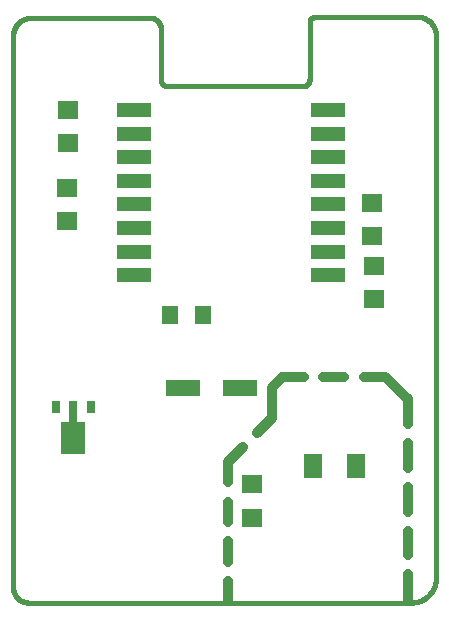
<source format=gtp>
G75*
%MOIN*%
%OFA0B0*%
%FSLAX25Y25*%
%IPPOS*%
%LPD*%
%AMOC8*
5,1,8,0,0,1.08239X$1,22.5*
%
%ADD10C,0.03200*%
%ADD11C,0.01600*%
%ADD12R,0.05512X0.06299*%
%ADD13R,0.07087X0.06299*%
%ADD14R,0.11811X0.04724*%
%ADD15R,0.11811X0.05512*%
%ADD16R,0.02756X0.04331*%
%ADD17R,0.07874X0.11024*%
%ADD18R,0.02500X0.05000*%
%ADD19R,0.05906X0.08268*%
D10*
X0077178Y0017130D02*
X0077178Y0023944D01*
X0077178Y0030344D02*
X0077178Y0037158D01*
X0077178Y0043558D02*
X0077178Y0050372D01*
X0077178Y0056772D02*
X0077178Y0063587D01*
X0082199Y0068607D01*
X0086724Y0073133D02*
X0091745Y0078154D01*
X0091745Y0088390D01*
X0095288Y0091933D01*
X0102439Y0091933D01*
X0108839Y0091933D02*
X0115990Y0091933D01*
X0122390Y0091933D02*
X0129540Y0091933D01*
X0137020Y0084453D01*
X0137020Y0076266D01*
X0137020Y0069866D02*
X0137020Y0061679D01*
X0137020Y0055279D02*
X0137020Y0047091D01*
X0137020Y0040691D02*
X0137020Y0032504D01*
X0137020Y0026104D02*
X0137020Y0017917D01*
D11*
X0138202Y0016736D02*
X0010643Y0016736D01*
X0010502Y0016738D01*
X0010361Y0016744D01*
X0010220Y0016753D01*
X0010080Y0016767D01*
X0009940Y0016785D01*
X0009801Y0016806D01*
X0009662Y0016831D01*
X0009524Y0016860D01*
X0009387Y0016893D01*
X0009250Y0016929D01*
X0009115Y0016969D01*
X0008981Y0017013D01*
X0008848Y0017061D01*
X0008717Y0017112D01*
X0008587Y0017167D01*
X0008459Y0017226D01*
X0008332Y0017287D01*
X0008207Y0017353D01*
X0008084Y0017422D01*
X0007963Y0017494D01*
X0007844Y0017569D01*
X0007727Y0017648D01*
X0007612Y0017730D01*
X0007499Y0017815D01*
X0007389Y0017903D01*
X0007282Y0017994D01*
X0007177Y0018089D01*
X0007074Y0018186D01*
X0006975Y0018285D01*
X0006878Y0018388D01*
X0006783Y0018493D01*
X0006692Y0018600D01*
X0006604Y0018710D01*
X0006519Y0018823D01*
X0006437Y0018938D01*
X0006358Y0019055D01*
X0006283Y0019174D01*
X0006211Y0019295D01*
X0006142Y0019418D01*
X0006076Y0019543D01*
X0006015Y0019670D01*
X0005956Y0019798D01*
X0005901Y0019928D01*
X0005850Y0020059D01*
X0005802Y0020192D01*
X0005758Y0020326D01*
X0005718Y0020461D01*
X0005682Y0020598D01*
X0005649Y0020735D01*
X0005620Y0020873D01*
X0005595Y0021012D01*
X0005574Y0021151D01*
X0005556Y0021291D01*
X0005542Y0021431D01*
X0005533Y0021572D01*
X0005527Y0021713D01*
X0005525Y0021854D01*
X0005524Y0021854D02*
X0005524Y0205713D01*
X0005526Y0205865D01*
X0005532Y0206017D01*
X0005542Y0206169D01*
X0005555Y0206320D01*
X0005573Y0206471D01*
X0005594Y0206622D01*
X0005620Y0206772D01*
X0005649Y0206921D01*
X0005682Y0207070D01*
X0005719Y0207217D01*
X0005759Y0207364D01*
X0005804Y0207509D01*
X0005852Y0207653D01*
X0005904Y0207796D01*
X0005959Y0207938D01*
X0006018Y0208078D01*
X0006081Y0208217D01*
X0006147Y0208354D01*
X0006217Y0208489D01*
X0006290Y0208622D01*
X0006367Y0208753D01*
X0006447Y0208883D01*
X0006530Y0209010D01*
X0006616Y0209135D01*
X0006706Y0209258D01*
X0006799Y0209378D01*
X0006895Y0209496D01*
X0006994Y0209612D01*
X0007096Y0209725D01*
X0007200Y0209835D01*
X0007308Y0209943D01*
X0007418Y0210047D01*
X0007531Y0210149D01*
X0007647Y0210248D01*
X0007765Y0210344D01*
X0007885Y0210437D01*
X0008008Y0210527D01*
X0008133Y0210613D01*
X0008260Y0210696D01*
X0008390Y0210776D01*
X0008521Y0210853D01*
X0008654Y0210926D01*
X0008789Y0210996D01*
X0008926Y0211062D01*
X0009065Y0211125D01*
X0009205Y0211184D01*
X0009347Y0211239D01*
X0009490Y0211291D01*
X0009634Y0211339D01*
X0009779Y0211384D01*
X0009926Y0211424D01*
X0010073Y0211461D01*
X0010222Y0211494D01*
X0010371Y0211523D01*
X0010521Y0211549D01*
X0010672Y0211570D01*
X0010823Y0211588D01*
X0010974Y0211601D01*
X0011126Y0211611D01*
X0011278Y0211617D01*
X0011430Y0211619D01*
X0011430Y0211618D02*
X0051194Y0211618D01*
X0051310Y0211616D01*
X0051426Y0211610D01*
X0051541Y0211601D01*
X0051656Y0211588D01*
X0051771Y0211571D01*
X0051885Y0211550D01*
X0051999Y0211525D01*
X0052111Y0211497D01*
X0052222Y0211465D01*
X0052333Y0211430D01*
X0052442Y0211391D01*
X0052550Y0211348D01*
X0052656Y0211302D01*
X0052761Y0211253D01*
X0052864Y0211200D01*
X0052966Y0211143D01*
X0053065Y0211084D01*
X0053162Y0211021D01*
X0053258Y0210955D01*
X0053351Y0210886D01*
X0053442Y0210814D01*
X0053530Y0210739D01*
X0053616Y0210661D01*
X0053699Y0210580D01*
X0053780Y0210497D01*
X0053858Y0210411D01*
X0053933Y0210323D01*
X0054005Y0210232D01*
X0054074Y0210139D01*
X0054140Y0210043D01*
X0054203Y0209946D01*
X0054262Y0209847D01*
X0054319Y0209745D01*
X0054372Y0209642D01*
X0054421Y0209537D01*
X0054467Y0209431D01*
X0054510Y0209323D01*
X0054549Y0209214D01*
X0054584Y0209103D01*
X0054616Y0208992D01*
X0054644Y0208880D01*
X0054669Y0208766D01*
X0054690Y0208652D01*
X0054707Y0208537D01*
X0054720Y0208422D01*
X0054729Y0208307D01*
X0054735Y0208191D01*
X0054737Y0208075D01*
X0054737Y0191146D01*
X0054739Y0191051D01*
X0054745Y0190956D01*
X0054754Y0190861D01*
X0054768Y0190767D01*
X0054785Y0190674D01*
X0054806Y0190581D01*
X0054830Y0190489D01*
X0054859Y0190398D01*
X0054890Y0190308D01*
X0054926Y0190220D01*
X0054965Y0190133D01*
X0055008Y0190048D01*
X0055053Y0189965D01*
X0055103Y0189884D01*
X0055155Y0189804D01*
X0055211Y0189727D01*
X0055269Y0189652D01*
X0055331Y0189580D01*
X0055396Y0189510D01*
X0055463Y0189443D01*
X0055533Y0189378D01*
X0055605Y0189316D01*
X0055680Y0189258D01*
X0055757Y0189202D01*
X0055837Y0189150D01*
X0055918Y0189100D01*
X0056001Y0189055D01*
X0056086Y0189012D01*
X0056173Y0188973D01*
X0056261Y0188937D01*
X0056351Y0188906D01*
X0056442Y0188877D01*
X0056534Y0188853D01*
X0056627Y0188832D01*
X0056720Y0188815D01*
X0056814Y0188801D01*
X0056909Y0188792D01*
X0057004Y0188786D01*
X0057099Y0188784D01*
X0057099Y0188783D02*
X0101981Y0188783D01*
X0101981Y0188784D02*
X0102076Y0188786D01*
X0102171Y0188792D01*
X0102266Y0188801D01*
X0102360Y0188815D01*
X0102453Y0188832D01*
X0102546Y0188853D01*
X0102638Y0188877D01*
X0102729Y0188906D01*
X0102819Y0188937D01*
X0102907Y0188973D01*
X0102994Y0189012D01*
X0103079Y0189055D01*
X0103162Y0189100D01*
X0103243Y0189150D01*
X0103323Y0189202D01*
X0103400Y0189258D01*
X0103475Y0189316D01*
X0103547Y0189378D01*
X0103617Y0189443D01*
X0103684Y0189510D01*
X0103749Y0189580D01*
X0103811Y0189652D01*
X0103869Y0189727D01*
X0103925Y0189804D01*
X0103977Y0189884D01*
X0104027Y0189965D01*
X0104072Y0190048D01*
X0104115Y0190133D01*
X0104154Y0190220D01*
X0104190Y0190308D01*
X0104221Y0190398D01*
X0104250Y0190489D01*
X0104274Y0190581D01*
X0104295Y0190674D01*
X0104312Y0190767D01*
X0104326Y0190861D01*
X0104335Y0190956D01*
X0104341Y0191051D01*
X0104343Y0191146D01*
X0104343Y0210043D01*
X0104345Y0210129D01*
X0104350Y0210215D01*
X0104360Y0210300D01*
X0104373Y0210385D01*
X0104390Y0210469D01*
X0104410Y0210553D01*
X0104434Y0210635D01*
X0104462Y0210716D01*
X0104493Y0210797D01*
X0104527Y0210875D01*
X0104565Y0210952D01*
X0104607Y0211028D01*
X0104651Y0211101D01*
X0104699Y0211172D01*
X0104750Y0211242D01*
X0104804Y0211309D01*
X0104860Y0211373D01*
X0104920Y0211435D01*
X0104982Y0211495D01*
X0105046Y0211551D01*
X0105113Y0211605D01*
X0105183Y0211656D01*
X0105254Y0211704D01*
X0105328Y0211748D01*
X0105403Y0211790D01*
X0105480Y0211828D01*
X0105558Y0211862D01*
X0105639Y0211893D01*
X0105720Y0211921D01*
X0105802Y0211945D01*
X0105886Y0211965D01*
X0105970Y0211982D01*
X0106055Y0211995D01*
X0106140Y0212005D01*
X0106226Y0212010D01*
X0106312Y0212012D01*
X0140170Y0212012D01*
X0140327Y0212010D01*
X0140484Y0212004D01*
X0140641Y0211994D01*
X0140797Y0211981D01*
X0140953Y0211963D01*
X0141109Y0211942D01*
X0141264Y0211916D01*
X0141418Y0211887D01*
X0141572Y0211854D01*
X0141724Y0211817D01*
X0141876Y0211777D01*
X0142027Y0211732D01*
X0142176Y0211684D01*
X0142324Y0211632D01*
X0142471Y0211577D01*
X0142617Y0211517D01*
X0142761Y0211455D01*
X0142903Y0211388D01*
X0143044Y0211318D01*
X0143183Y0211245D01*
X0143320Y0211168D01*
X0143455Y0211088D01*
X0143587Y0211004D01*
X0143718Y0210917D01*
X0143847Y0210827D01*
X0143973Y0210734D01*
X0144097Y0210638D01*
X0144219Y0210538D01*
X0144338Y0210436D01*
X0144454Y0210330D01*
X0144568Y0210222D01*
X0144679Y0210111D01*
X0144787Y0209997D01*
X0144893Y0209881D01*
X0144995Y0209762D01*
X0145095Y0209640D01*
X0145191Y0209516D01*
X0145284Y0209390D01*
X0145374Y0209261D01*
X0145461Y0209130D01*
X0145545Y0208998D01*
X0145625Y0208863D01*
X0145702Y0208726D01*
X0145775Y0208587D01*
X0145845Y0208446D01*
X0145912Y0208304D01*
X0145974Y0208160D01*
X0146034Y0208014D01*
X0146089Y0207867D01*
X0146141Y0207719D01*
X0146189Y0207570D01*
X0146234Y0207419D01*
X0146274Y0207267D01*
X0146311Y0207115D01*
X0146344Y0206961D01*
X0146373Y0206807D01*
X0146399Y0206652D01*
X0146420Y0206496D01*
X0146438Y0206340D01*
X0146451Y0206184D01*
X0146461Y0206027D01*
X0146467Y0205870D01*
X0146469Y0205713D01*
X0146469Y0025004D01*
X0146470Y0025004D02*
X0146468Y0024804D01*
X0146460Y0024605D01*
X0146448Y0024405D01*
X0146431Y0024206D01*
X0146410Y0024007D01*
X0146383Y0023809D01*
X0146352Y0023612D01*
X0146316Y0023415D01*
X0146275Y0023220D01*
X0146230Y0023025D01*
X0146180Y0022832D01*
X0146125Y0022640D01*
X0146065Y0022449D01*
X0146001Y0022260D01*
X0145933Y0022072D01*
X0145860Y0021886D01*
X0145782Y0021702D01*
X0145700Y0021520D01*
X0145614Y0021340D01*
X0145523Y0021162D01*
X0145428Y0020986D01*
X0145329Y0020812D01*
X0145225Y0020641D01*
X0145118Y0020473D01*
X0145006Y0020307D01*
X0144891Y0020144D01*
X0144772Y0019984D01*
X0144648Y0019827D01*
X0144521Y0019672D01*
X0144391Y0019521D01*
X0144256Y0019373D01*
X0144119Y0019229D01*
X0143977Y0019087D01*
X0143833Y0018950D01*
X0143685Y0018815D01*
X0143534Y0018685D01*
X0143379Y0018558D01*
X0143222Y0018434D01*
X0143062Y0018315D01*
X0142899Y0018200D01*
X0142733Y0018088D01*
X0142565Y0017981D01*
X0142394Y0017877D01*
X0142220Y0017778D01*
X0142044Y0017683D01*
X0141866Y0017592D01*
X0141686Y0017506D01*
X0141504Y0017424D01*
X0141320Y0017346D01*
X0141134Y0017273D01*
X0140946Y0017205D01*
X0140757Y0017141D01*
X0140566Y0017081D01*
X0140374Y0017026D01*
X0140181Y0016976D01*
X0139986Y0016931D01*
X0139791Y0016890D01*
X0139594Y0016854D01*
X0139397Y0016823D01*
X0139199Y0016796D01*
X0139000Y0016775D01*
X0138801Y0016758D01*
X0138601Y0016746D01*
X0138402Y0016738D01*
X0138202Y0016736D01*
D12*
X0068809Y0112697D03*
X0057785Y0112697D03*
D13*
X0023422Y0143957D03*
X0023422Y0154981D03*
X0023816Y0169942D03*
X0023816Y0180965D03*
X0085052Y0056106D03*
X0085052Y0045083D03*
X0125759Y0117917D03*
X0125759Y0128941D03*
X0125206Y0138783D03*
X0125206Y0149807D03*
D14*
X0110344Y0149469D03*
X0110344Y0157343D03*
X0110344Y0165217D03*
X0110344Y0173091D03*
X0110344Y0180965D03*
X0110344Y0141594D03*
X0110344Y0133720D03*
X0110344Y0125846D03*
X0045777Y0125846D03*
X0045777Y0133720D03*
X0045777Y0141594D03*
X0045777Y0149469D03*
X0045777Y0157343D03*
X0045777Y0165217D03*
X0045777Y0173091D03*
X0045777Y0180965D03*
D15*
X0062217Y0088390D03*
X0081115Y0088390D03*
D16*
X0031509Y0082031D03*
X0019698Y0082031D03*
D17*
X0025603Y0071598D03*
D18*
X0025603Y0071461D03*
X0025603Y0073429D03*
X0025603Y0075791D03*
X0025603Y0078941D03*
X0025603Y0081697D03*
X0025997Y0069098D03*
D19*
X0105524Y0062406D03*
X0119698Y0062406D03*
M02*

</source>
